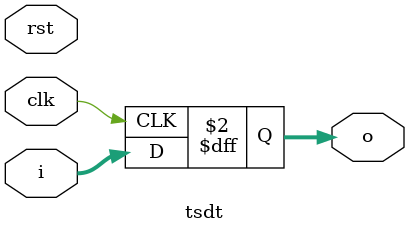
<source format=v>
module tsdt(clk, rst, i, o);

input clk, rst;

input [1:0] i;
output reg [1:0] o;

always @(posedge clk) begin
	o <= i;
end

endmodule
</source>
